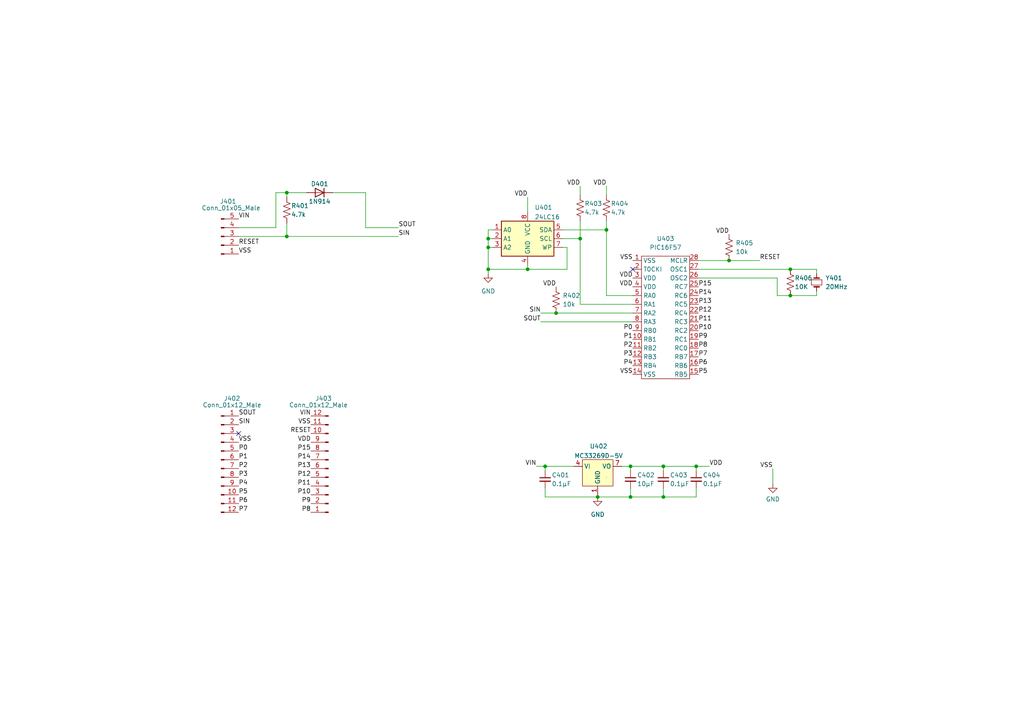
<source format=kicad_sch>
(kicad_sch (version 20211123) (generator eeschema)

  (uuid 5267215b-0841-4433-99eb-1010c42dbeaa)

  (paper "A4")

  (title_block
    (title "Basic Stamp 2")
    (date "2022-02-10")
    (rev "0.0.1")
    (company "Cégep de Sherbrooke")
  )

  (lib_symbols
    (symbol "Connector:Conn_01x05_Male" (pin_names (offset 1.016) hide) (in_bom yes) (on_board yes)
      (property "Reference" "J" (id 0) (at 0 7.62 0)
        (effects (font (size 1.27 1.27)))
      )
      (property "Value" "Conn_01x05_Male" (id 1) (at 0 -7.62 0)
        (effects (font (size 1.27 1.27)))
      )
      (property "Footprint" "" (id 2) (at 0 0 0)
        (effects (font (size 1.27 1.27)) hide)
      )
      (property "Datasheet" "~" (id 3) (at 0 0 0)
        (effects (font (size 1.27 1.27)) hide)
      )
      (property "ki_keywords" "connector" (id 4) (at 0 0 0)
        (effects (font (size 1.27 1.27)) hide)
      )
      (property "ki_description" "Generic connector, single row, 01x05, script generated (kicad-library-utils/schlib/autogen/connector/)" (id 5) (at 0 0 0)
        (effects (font (size 1.27 1.27)) hide)
      )
      (property "ki_fp_filters" "Connector*:*_1x??_*" (id 6) (at 0 0 0)
        (effects (font (size 1.27 1.27)) hide)
      )
      (symbol "Conn_01x05_Male_1_1"
        (polyline
          (pts
            (xy 1.27 -5.08)
            (xy 0.8636 -5.08)
          )
          (stroke (width 0.1524) (type default) (color 0 0 0 0))
          (fill (type none))
        )
        (polyline
          (pts
            (xy 1.27 -2.54)
            (xy 0.8636 -2.54)
          )
          (stroke (width 0.1524) (type default) (color 0 0 0 0))
          (fill (type none))
        )
        (polyline
          (pts
            (xy 1.27 0)
            (xy 0.8636 0)
          )
          (stroke (width 0.1524) (type default) (color 0 0 0 0))
          (fill (type none))
        )
        (polyline
          (pts
            (xy 1.27 2.54)
            (xy 0.8636 2.54)
          )
          (stroke (width 0.1524) (type default) (color 0 0 0 0))
          (fill (type none))
        )
        (polyline
          (pts
            (xy 1.27 5.08)
            (xy 0.8636 5.08)
          )
          (stroke (width 0.1524) (type default) (color 0 0 0 0))
          (fill (type none))
        )
        (rectangle (start 0.8636 -4.953) (end 0 -5.207)
          (stroke (width 0.1524) (type default) (color 0 0 0 0))
          (fill (type outline))
        )
        (rectangle (start 0.8636 -2.413) (end 0 -2.667)
          (stroke (width 0.1524) (type default) (color 0 0 0 0))
          (fill (type outline))
        )
        (rectangle (start 0.8636 0.127) (end 0 -0.127)
          (stroke (width 0.1524) (type default) (color 0 0 0 0))
          (fill (type outline))
        )
        (rectangle (start 0.8636 2.667) (end 0 2.413)
          (stroke (width 0.1524) (type default) (color 0 0 0 0))
          (fill (type outline))
        )
        (rectangle (start 0.8636 5.207) (end 0 4.953)
          (stroke (width 0.1524) (type default) (color 0 0 0 0))
          (fill (type outline))
        )
        (pin passive line (at 5.08 5.08 180) (length 3.81)
          (name "Pin_1" (effects (font (size 1.27 1.27))))
          (number "1" (effects (font (size 1.27 1.27))))
        )
        (pin passive line (at 5.08 2.54 180) (length 3.81)
          (name "Pin_2" (effects (font (size 1.27 1.27))))
          (number "2" (effects (font (size 1.27 1.27))))
        )
        (pin passive line (at 5.08 0 180) (length 3.81)
          (name "Pin_3" (effects (font (size 1.27 1.27))))
          (number "3" (effects (font (size 1.27 1.27))))
        )
        (pin passive line (at 5.08 -2.54 180) (length 3.81)
          (name "Pin_4" (effects (font (size 1.27 1.27))))
          (number "4" (effects (font (size 1.27 1.27))))
        )
        (pin passive line (at 5.08 -5.08 180) (length 3.81)
          (name "Pin_5" (effects (font (size 1.27 1.27))))
          (number "5" (effects (font (size 1.27 1.27))))
        )
      )
    )
    (symbol "Connector:Conn_01x12_Male" (pin_names (offset 1.016) hide) (in_bom yes) (on_board yes)
      (property "Reference" "J" (id 0) (at 0 15.24 0)
        (effects (font (size 1.27 1.27)))
      )
      (property "Value" "Conn_01x12_Male" (id 1) (at 0 -17.78 0)
        (effects (font (size 1.27 1.27)))
      )
      (property "Footprint" "" (id 2) (at 0 0 0)
        (effects (font (size 1.27 1.27)) hide)
      )
      (property "Datasheet" "~" (id 3) (at 0 0 0)
        (effects (font (size 1.27 1.27)) hide)
      )
      (property "ki_keywords" "connector" (id 4) (at 0 0 0)
        (effects (font (size 1.27 1.27)) hide)
      )
      (property "ki_description" "Generic connector, single row, 01x12, script generated (kicad-library-utils/schlib/autogen/connector/)" (id 5) (at 0 0 0)
        (effects (font (size 1.27 1.27)) hide)
      )
      (property "ki_fp_filters" "Connector*:*_1x??_*" (id 6) (at 0 0 0)
        (effects (font (size 1.27 1.27)) hide)
      )
      (symbol "Conn_01x12_Male_1_1"
        (polyline
          (pts
            (xy 1.27 -15.24)
            (xy 0.8636 -15.24)
          )
          (stroke (width 0.1524) (type default) (color 0 0 0 0))
          (fill (type none))
        )
        (polyline
          (pts
            (xy 1.27 -12.7)
            (xy 0.8636 -12.7)
          )
          (stroke (width 0.1524) (type default) (color 0 0 0 0))
          (fill (type none))
        )
        (polyline
          (pts
            (xy 1.27 -10.16)
            (xy 0.8636 -10.16)
          )
          (stroke (width 0.1524) (type default) (color 0 0 0 0))
          (fill (type none))
        )
        (polyline
          (pts
            (xy 1.27 -7.62)
            (xy 0.8636 -7.62)
          )
          (stroke (width 0.1524) (type default) (color 0 0 0 0))
          (fill (type none))
        )
        (polyline
          (pts
            (xy 1.27 -5.08)
            (xy 0.8636 -5.08)
          )
          (stroke (width 0.1524) (type default) (color 0 0 0 0))
          (fill (type none))
        )
        (polyline
          (pts
            (xy 1.27 -2.54)
            (xy 0.8636 -2.54)
          )
          (stroke (width 0.1524) (type default) (color 0 0 0 0))
          (fill (type none))
        )
        (polyline
          (pts
            (xy 1.27 0)
            (xy 0.8636 0)
          )
          (stroke (width 0.1524) (type default) (color 0 0 0 0))
          (fill (type none))
        )
        (polyline
          (pts
            (xy 1.27 2.54)
            (xy 0.8636 2.54)
          )
          (stroke (width 0.1524) (type default) (color 0 0 0 0))
          (fill (type none))
        )
        (polyline
          (pts
            (xy 1.27 5.08)
            (xy 0.8636 5.08)
          )
          (stroke (width 0.1524) (type default) (color 0 0 0 0))
          (fill (type none))
        )
        (polyline
          (pts
            (xy 1.27 7.62)
            (xy 0.8636 7.62)
          )
          (stroke (width 0.1524) (type default) (color 0 0 0 0))
          (fill (type none))
        )
        (polyline
          (pts
            (xy 1.27 10.16)
            (xy 0.8636 10.16)
          )
          (stroke (width 0.1524) (type default) (color 0 0 0 0))
          (fill (type none))
        )
        (polyline
          (pts
            (xy 1.27 12.7)
            (xy 0.8636 12.7)
          )
          (stroke (width 0.1524) (type default) (color 0 0 0 0))
          (fill (type none))
        )
        (rectangle (start 0.8636 -15.113) (end 0 -15.367)
          (stroke (width 0.1524) (type default) (color 0 0 0 0))
          (fill (type outline))
        )
        (rectangle (start 0.8636 -12.573) (end 0 -12.827)
          (stroke (width 0.1524) (type default) (color 0 0 0 0))
          (fill (type outline))
        )
        (rectangle (start 0.8636 -10.033) (end 0 -10.287)
          (stroke (width 0.1524) (type default) (color 0 0 0 0))
          (fill (type outline))
        )
        (rectangle (start 0.8636 -7.493) (end 0 -7.747)
          (stroke (width 0.1524) (type default) (color 0 0 0 0))
          (fill (type outline))
        )
        (rectangle (start 0.8636 -4.953) (end 0 -5.207)
          (stroke (width 0.1524) (type default) (color 0 0 0 0))
          (fill (type outline))
        )
        (rectangle (start 0.8636 -2.413) (end 0 -2.667)
          (stroke (width 0.1524) (type default) (color 0 0 0 0))
          (fill (type outline))
        )
        (rectangle (start 0.8636 0.127) (end 0 -0.127)
          (stroke (width 0.1524) (type default) (color 0 0 0 0))
          (fill (type outline))
        )
        (rectangle (start 0.8636 2.667) (end 0 2.413)
          (stroke (width 0.1524) (type default) (color 0 0 0 0))
          (fill (type outline))
        )
        (rectangle (start 0.8636 5.207) (end 0 4.953)
          (stroke (width 0.1524) (type default) (color 0 0 0 0))
          (fill (type outline))
        )
        (rectangle (start 0.8636 7.747) (end 0 7.493)
          (stroke (width 0.1524) (type default) (color 0 0 0 0))
          (fill (type outline))
        )
        (rectangle (start 0.8636 10.287) (end 0 10.033)
          (stroke (width 0.1524) (type default) (color 0 0 0 0))
          (fill (type outline))
        )
        (rectangle (start 0.8636 12.827) (end 0 12.573)
          (stroke (width 0.1524) (type default) (color 0 0 0 0))
          (fill (type outline))
        )
        (pin passive line (at 5.08 12.7 180) (length 3.81)
          (name "Pin_1" (effects (font (size 1.27 1.27))))
          (number "1" (effects (font (size 1.27 1.27))))
        )
        (pin passive line (at 5.08 -10.16 180) (length 3.81)
          (name "Pin_10" (effects (font (size 1.27 1.27))))
          (number "10" (effects (font (size 1.27 1.27))))
        )
        (pin passive line (at 5.08 -12.7 180) (length 3.81)
          (name "Pin_11" (effects (font (size 1.27 1.27))))
          (number "11" (effects (font (size 1.27 1.27))))
        )
        (pin passive line (at 5.08 -15.24 180) (length 3.81)
          (name "Pin_12" (effects (font (size 1.27 1.27))))
          (number "12" (effects (font (size 1.27 1.27))))
        )
        (pin passive line (at 5.08 10.16 180) (length 3.81)
          (name "Pin_2" (effects (font (size 1.27 1.27))))
          (number "2" (effects (font (size 1.27 1.27))))
        )
        (pin passive line (at 5.08 7.62 180) (length 3.81)
          (name "Pin_3" (effects (font (size 1.27 1.27))))
          (number "3" (effects (font (size 1.27 1.27))))
        )
        (pin passive line (at 5.08 5.08 180) (length 3.81)
          (name "Pin_4" (effects (font (size 1.27 1.27))))
          (number "4" (effects (font (size 1.27 1.27))))
        )
        (pin passive line (at 5.08 2.54 180) (length 3.81)
          (name "Pin_5" (effects (font (size 1.27 1.27))))
          (number "5" (effects (font (size 1.27 1.27))))
        )
        (pin passive line (at 5.08 0 180) (length 3.81)
          (name "Pin_6" (effects (font (size 1.27 1.27))))
          (number "6" (effects (font (size 1.27 1.27))))
        )
        (pin passive line (at 5.08 -2.54 180) (length 3.81)
          (name "Pin_7" (effects (font (size 1.27 1.27))))
          (number "7" (effects (font (size 1.27 1.27))))
        )
        (pin passive line (at 5.08 -5.08 180) (length 3.81)
          (name "Pin_8" (effects (font (size 1.27 1.27))))
          (number "8" (effects (font (size 1.27 1.27))))
        )
        (pin passive line (at 5.08 -7.62 180) (length 3.81)
          (name "Pin_9" (effects (font (size 1.27 1.27))))
          (number "9" (effects (font (size 1.27 1.27))))
        )
      )
    )
    (symbol "Device:C_Small" (pin_numbers hide) (pin_names (offset 0.254) hide) (in_bom yes) (on_board yes)
      (property "Reference" "C" (id 0) (at 0.254 1.778 0)
        (effects (font (size 1.27 1.27)) (justify left))
      )
      (property "Value" "C_Small" (id 1) (at 0.254 -2.032 0)
        (effects (font (size 1.27 1.27)) (justify left))
      )
      (property "Footprint" "" (id 2) (at 0 0 0)
        (effects (font (size 1.27 1.27)) hide)
      )
      (property "Datasheet" "~" (id 3) (at 0 0 0)
        (effects (font (size 1.27 1.27)) hide)
      )
      (property "ki_keywords" "capacitor cap" (id 4) (at 0 0 0)
        (effects (font (size 1.27 1.27)) hide)
      )
      (property "ki_description" "Unpolarized capacitor, small symbol" (id 5) (at 0 0 0)
        (effects (font (size 1.27 1.27)) hide)
      )
      (property "ki_fp_filters" "C_*" (id 6) (at 0 0 0)
        (effects (font (size 1.27 1.27)) hide)
      )
      (symbol "C_Small_0_1"
        (polyline
          (pts
            (xy -1.524 -0.508)
            (xy 1.524 -0.508)
          )
          (stroke (width 0.3302) (type default) (color 0 0 0 0))
          (fill (type none))
        )
        (polyline
          (pts
            (xy -1.524 0.508)
            (xy 1.524 0.508)
          )
          (stroke (width 0.3048) (type default) (color 0 0 0 0))
          (fill (type none))
        )
      )
      (symbol "C_Small_1_1"
        (pin passive line (at 0 2.54 270) (length 2.032)
          (name "~" (effects (font (size 1.27 1.27))))
          (number "1" (effects (font (size 1.27 1.27))))
        )
        (pin passive line (at 0 -2.54 90) (length 2.032)
          (name "~" (effects (font (size 1.27 1.27))))
          (number "2" (effects (font (size 1.27 1.27))))
        )
      )
    )
    (symbol "Device:Crystal_Small" (pin_numbers hide) (pin_names (offset 1.016) hide) (in_bom yes) (on_board yes)
      (property "Reference" "Y" (id 0) (at 0 2.54 0)
        (effects (font (size 1.27 1.27)))
      )
      (property "Value" "Crystal_Small" (id 1) (at 0 -2.54 0)
        (effects (font (size 1.27 1.27)))
      )
      (property "Footprint" "" (id 2) (at 0 0 0)
        (effects (font (size 1.27 1.27)) hide)
      )
      (property "Datasheet" "~" (id 3) (at 0 0 0)
        (effects (font (size 1.27 1.27)) hide)
      )
      (property "ki_keywords" "quartz ceramic resonator oscillator" (id 4) (at 0 0 0)
        (effects (font (size 1.27 1.27)) hide)
      )
      (property "ki_description" "Two pin crystal, small symbol" (id 5) (at 0 0 0)
        (effects (font (size 1.27 1.27)) hide)
      )
      (property "ki_fp_filters" "Crystal*" (id 6) (at 0 0 0)
        (effects (font (size 1.27 1.27)) hide)
      )
      (symbol "Crystal_Small_0_1"
        (rectangle (start -0.762 -1.524) (end 0.762 1.524)
          (stroke (width 0) (type default) (color 0 0 0 0))
          (fill (type none))
        )
        (polyline
          (pts
            (xy -1.27 -0.762)
            (xy -1.27 0.762)
          )
          (stroke (width 0.381) (type default) (color 0 0 0 0))
          (fill (type none))
        )
        (polyline
          (pts
            (xy 1.27 -0.762)
            (xy 1.27 0.762)
          )
          (stroke (width 0.381) (type default) (color 0 0 0 0))
          (fill (type none))
        )
      )
      (symbol "Crystal_Small_1_1"
        (pin passive line (at -2.54 0 0) (length 1.27)
          (name "1" (effects (font (size 1.27 1.27))))
          (number "1" (effects (font (size 1.27 1.27))))
        )
        (pin passive line (at 2.54 0 180) (length 1.27)
          (name "2" (effects (font (size 1.27 1.27))))
          (number "2" (effects (font (size 1.27 1.27))))
        )
      )
    )
    (symbol "Device:R_US" (pin_numbers hide) (pin_names (offset 0)) (in_bom yes) (on_board yes)
      (property "Reference" "R" (id 0) (at 2.54 0 90)
        (effects (font (size 1.27 1.27)))
      )
      (property "Value" "R_US" (id 1) (at -2.54 0 90)
        (effects (font (size 1.27 1.27)))
      )
      (property "Footprint" "" (id 2) (at 1.016 -0.254 90)
        (effects (font (size 1.27 1.27)) hide)
      )
      (property "Datasheet" "~" (id 3) (at 0 0 0)
        (effects (font (size 1.27 1.27)) hide)
      )
      (property "ki_keywords" "R res resistor" (id 4) (at 0 0 0)
        (effects (font (size 1.27 1.27)) hide)
      )
      (property "ki_description" "Resistor, US symbol" (id 5) (at 0 0 0)
        (effects (font (size 1.27 1.27)) hide)
      )
      (property "ki_fp_filters" "R_*" (id 6) (at 0 0 0)
        (effects (font (size 1.27 1.27)) hide)
      )
      (symbol "R_US_0_1"
        (polyline
          (pts
            (xy 0 -2.286)
            (xy 0 -2.54)
          )
          (stroke (width 0) (type default) (color 0 0 0 0))
          (fill (type none))
        )
        (polyline
          (pts
            (xy 0 2.286)
            (xy 0 2.54)
          )
          (stroke (width 0) (type default) (color 0 0 0 0))
          (fill (type none))
        )
        (polyline
          (pts
            (xy 0 -0.762)
            (xy 1.016 -1.143)
            (xy 0 -1.524)
            (xy -1.016 -1.905)
            (xy 0 -2.286)
          )
          (stroke (width 0) (type default) (color 0 0 0 0))
          (fill (type none))
        )
        (polyline
          (pts
            (xy 0 0.762)
            (xy 1.016 0.381)
            (xy 0 0)
            (xy -1.016 -0.381)
            (xy 0 -0.762)
          )
          (stroke (width 0) (type default) (color 0 0 0 0))
          (fill (type none))
        )
        (polyline
          (pts
            (xy 0 2.286)
            (xy 1.016 1.905)
            (xy 0 1.524)
            (xy -1.016 1.143)
            (xy 0 0.762)
          )
          (stroke (width 0) (type default) (color 0 0 0 0))
          (fill (type none))
        )
      )
      (symbol "R_US_1_1"
        (pin passive line (at 0 3.81 270) (length 1.27)
          (name "~" (effects (font (size 1.27 1.27))))
          (number "1" (effects (font (size 1.27 1.27))))
        )
        (pin passive line (at 0 -3.81 90) (length 1.27)
          (name "~" (effects (font (size 1.27 1.27))))
          (number "2" (effects (font (size 1.27 1.27))))
        )
      )
    )
    (symbol "Diode:1N914" (pin_numbers hide) (pin_names (offset 1.016) hide) (in_bom yes) (on_board yes)
      (property "Reference" "D" (id 0) (at 0 2.54 0)
        (effects (font (size 1.27 1.27)))
      )
      (property "Value" "1N914" (id 1) (at 0 -2.54 0)
        (effects (font (size 1.27 1.27)))
      )
      (property "Footprint" "Diode_THT:D_DO-35_SOD27_P7.62mm_Horizontal" (id 2) (at 0 -4.445 0)
        (effects (font (size 1.27 1.27)) hide)
      )
      (property "Datasheet" "http://www.vishay.com/docs/85622/1n914.pdf" (id 3) (at 0 0 0)
        (effects (font (size 1.27 1.27)) hide)
      )
      (property "ki_keywords" "diode" (id 4) (at 0 0 0)
        (effects (font (size 1.27 1.27)) hide)
      )
      (property "ki_description" "100V 0.3A Small Signal Fast Switching Diode, DO-35" (id 5) (at 0 0 0)
        (effects (font (size 1.27 1.27)) hide)
      )
      (property "ki_fp_filters" "D*DO?35*" (id 6) (at 0 0 0)
        (effects (font (size 1.27 1.27)) hide)
      )
      (symbol "1N914_0_1"
        (polyline
          (pts
            (xy -1.27 1.27)
            (xy -1.27 -1.27)
          )
          (stroke (width 0.254) (type default) (color 0 0 0 0))
          (fill (type none))
        )
        (polyline
          (pts
            (xy 1.27 0)
            (xy -1.27 0)
          )
          (stroke (width 0) (type default) (color 0 0 0 0))
          (fill (type none))
        )
        (polyline
          (pts
            (xy 1.27 1.27)
            (xy 1.27 -1.27)
            (xy -1.27 0)
            (xy 1.27 1.27)
          )
          (stroke (width 0.254) (type default) (color 0 0 0 0))
          (fill (type none))
        )
      )
      (symbol "1N914_1_1"
        (pin passive line (at -3.81 0 0) (length 2.54)
          (name "K" (effects (font (size 1.27 1.27))))
          (number "1" (effects (font (size 1.27 1.27))))
        )
        (pin passive line (at 3.81 0 180) (length 2.54)
          (name "A" (effects (font (size 1.27 1.27))))
          (number "2" (effects (font (size 1.27 1.27))))
        )
      )
    )
    (symbol "Memory_EEPROM:24LC16" (in_bom yes) (on_board yes)
      (property "Reference" "U" (id 0) (at -6.35 6.35 0)
        (effects (font (size 1.27 1.27)))
      )
      (property "Value" "24LC16" (id 1) (at 1.27 6.35 0)
        (effects (font (size 1.27 1.27)) (justify left))
      )
      (property "Footprint" "" (id 2) (at 0 0 0)
        (effects (font (size 1.27 1.27)) hide)
      )
      (property "Datasheet" "http://ww1.microchip.com/downloads/en/DeviceDoc/21703d.pdf" (id 3) (at 0 0 0)
        (effects (font (size 1.27 1.27)) hide)
      )
      (property "ki_keywords" "I2C Serial EEPROM" (id 4) (at 0 0 0)
        (effects (font (size 1.27 1.27)) hide)
      )
      (property "ki_description" "I2C Serial EEPROM, 16Kb, DIP-8/SOIC-8/TSSOP-8/DFN-8" (id 5) (at 0 0 0)
        (effects (font (size 1.27 1.27)) hide)
      )
      (property "ki_fp_filters" "DIP*W7.62mm* SOIC*3.9x4.9mm* TSSOP*4.4x3mm*P0.65mm* DFN*3x2mm*P0.5mm*" (id 6) (at 0 0 0)
        (effects (font (size 1.27 1.27)) hide)
      )
      (symbol "24LC16_1_1"
        (rectangle (start -7.62 5.08) (end 7.62 -5.08)
          (stroke (width 0.254) (type default) (color 0 0 0 0))
          (fill (type background))
        )
        (pin input line (at -10.16 2.54 0) (length 2.54)
          (name "A0" (effects (font (size 1.27 1.27))))
          (number "1" (effects (font (size 1.27 1.27))))
        )
        (pin input line (at -10.16 0 0) (length 2.54)
          (name "A1" (effects (font (size 1.27 1.27))))
          (number "2" (effects (font (size 1.27 1.27))))
        )
        (pin input line (at -10.16 -2.54 0) (length 2.54)
          (name "A2" (effects (font (size 1.27 1.27))))
          (number "3" (effects (font (size 1.27 1.27))))
        )
        (pin power_in line (at 0 -7.62 90) (length 2.54)
          (name "GND" (effects (font (size 1.27 1.27))))
          (number "4" (effects (font (size 1.27 1.27))))
        )
        (pin bidirectional line (at 10.16 2.54 180) (length 2.54)
          (name "SDA" (effects (font (size 1.27 1.27))))
          (number "5" (effects (font (size 1.27 1.27))))
        )
        (pin input line (at 10.16 0 180) (length 2.54)
          (name "SCL" (effects (font (size 1.27 1.27))))
          (number "6" (effects (font (size 1.27 1.27))))
        )
        (pin input line (at 10.16 -2.54 180) (length 2.54)
          (name "WP" (effects (font (size 1.27 1.27))))
          (number "7" (effects (font (size 1.27 1.27))))
        )
        (pin power_in line (at 0 7.62 270) (length 2.54)
          (name "VCC" (effects (font (size 1.27 1.27))))
          (number "8" (effects (font (size 1.27 1.27))))
        )
      )
    )
    (symbol "PIC:PIC16F57" (in_bom yes) (on_board yes)
      (property "Reference" "U" (id 0) (at -22.86 11.43 0)
        (effects (font (size 1.27 1.27)))
      )
      (property "Value" "PIC16F57" (id 1) (at -13.97 11.43 0)
        (effects (font (size 1.27 1.27)))
      )
      (property "Footprint" "Package_SO:SSOP-28_5.3x10.2mm_P0.65mm" (id 2) (at -17.78 -31.75 0)
        (effects (font (size 1.27 1.27)) hide)
      )
      (property "Datasheet" "https://ww1.microchip.com/downloads/en/DeviceDoc/41213D.pdf" (id 3) (at -15.24 -29.21 0)
        (effects (font (size 1.27 1.27)) hide)
      )
      (symbol "PIC16F57_0_1"
        (rectangle (start -24.13 8.89) (end -10.16 -26.67)
          (stroke (width 0) (type default) (color 0 0 0 0))
          (fill (type none))
        )
      )
      (symbol "PIC16F57_1_1"
        (pin input line (at -26.67 7.62 0) (length 2.54)
          (name "VSS" (effects (font (size 1.27 1.27))))
          (number "1" (effects (font (size 1.27 1.27))))
        )
        (pin bidirectional line (at -26.67 -15.24 0) (length 2.54)
          (name "RB1" (effects (font (size 1.27 1.27))))
          (number "10" (effects (font (size 1.27 1.27))))
        )
        (pin bidirectional line (at -26.67 -17.78 0) (length 2.54)
          (name "RB2" (effects (font (size 1.27 1.27))))
          (number "11" (effects (font (size 1.27 1.27))))
        )
        (pin bidirectional line (at -26.67 -20.32 0) (length 2.54)
          (name "RB3" (effects (font (size 1.27 1.27))))
          (number "12" (effects (font (size 1.27 1.27))))
        )
        (pin bidirectional line (at -26.67 -22.86 0) (length 2.54)
          (name "RB4" (effects (font (size 1.27 1.27))))
          (number "13" (effects (font (size 1.27 1.27))))
        )
        (pin input line (at -26.67 -25.4 0) (length 2.54)
          (name "VSS" (effects (font (size 1.27 1.27))))
          (number "14" (effects (font (size 1.27 1.27))))
        )
        (pin bidirectional line (at -7.62 -25.4 180) (length 2.54)
          (name "RB5" (effects (font (size 1.27 1.27))))
          (number "15" (effects (font (size 1.27 1.27))))
        )
        (pin bidirectional line (at -7.62 -22.86 180) (length 2.54)
          (name "RB6" (effects (font (size 1.27 1.27))))
          (number "16" (effects (font (size 1.27 1.27))))
        )
        (pin bidirectional line (at -7.62 -20.32 180) (length 2.54)
          (name "RB7" (effects (font (size 1.27 1.27))))
          (number "17" (effects (font (size 1.27 1.27))))
        )
        (pin bidirectional line (at -7.62 -17.78 180) (length 2.54)
          (name "RC0" (effects (font (size 1.27 1.27))))
          (number "18" (effects (font (size 1.27 1.27))))
        )
        (pin bidirectional line (at -7.62 -15.24 180) (length 2.54)
          (name "RC1" (effects (font (size 1.27 1.27))))
          (number "19" (effects (font (size 1.27 1.27))))
        )
        (pin input line (at -26.67 5.08 0) (length 2.54)
          (name "T0CKI" (effects (font (size 1.27 1.27))))
          (number "2" (effects (font (size 1.27 1.27))))
        )
        (pin bidirectional line (at -7.62 -12.7 180) (length 2.54)
          (name "RC2" (effects (font (size 1.27 1.27))))
          (number "20" (effects (font (size 1.27 1.27))))
        )
        (pin bidirectional line (at -7.62 -10.16 180) (length 2.54)
          (name "RC3" (effects (font (size 1.27 1.27))))
          (number "21" (effects (font (size 1.27 1.27))))
        )
        (pin bidirectional line (at -7.62 -7.62 180) (length 2.54)
          (name "RC4" (effects (font (size 1.27 1.27))))
          (number "22" (effects (font (size 1.27 1.27))))
        )
        (pin bidirectional line (at -7.62 -5.08 180) (length 2.54)
          (name "RC5" (effects (font (size 1.27 1.27))))
          (number "23" (effects (font (size 1.27 1.27))))
        )
        (pin bidirectional line (at -7.62 -2.54 180) (length 2.54)
          (name "RC6" (effects (font (size 1.27 1.27))))
          (number "24" (effects (font (size 1.27 1.27))))
        )
        (pin bidirectional line (at -7.62 0 180) (length 2.54)
          (name "RC7" (effects (font (size 1.27 1.27))))
          (number "25" (effects (font (size 1.27 1.27))))
        )
        (pin output line (at -7.62 2.54 180) (length 2.54)
          (name "OSC2" (effects (font (size 1.27 1.27))))
          (number "26" (effects (font (size 1.27 1.27))))
        )
        (pin input line (at -7.62 5.08 180) (length 2.54)
          (name "OSC1" (effects (font (size 1.27 1.27))))
          (number "27" (effects (font (size 1.27 1.27))))
        )
        (pin input line (at -7.62 7.62 180) (length 2.54)
          (name "MCLR" (effects (font (size 1.27 1.27))))
          (number "28" (effects (font (size 1.27 1.27))))
        )
        (pin input line (at -26.67 2.54 0) (length 2.54)
          (name "VDD" (effects (font (size 1.27 1.27))))
          (number "3" (effects (font (size 1.27 1.27))))
        )
        (pin input line (at -26.67 0 0) (length 2.54)
          (name "VDD" (effects (font (size 1.27 1.27))))
          (number "4" (effects (font (size 1.27 1.27))))
        )
        (pin bidirectional line (at -26.67 -2.54 0) (length 2.54)
          (name "RA0" (effects (font (size 1.27 1.27))))
          (number "5" (effects (font (size 1.27 1.27))))
        )
        (pin bidirectional line (at -26.67 -5.08 0) (length 2.54)
          (name "RA1" (effects (font (size 1.27 1.27))))
          (number "6" (effects (font (size 1.27 1.27))))
        )
        (pin bidirectional line (at -26.67 -7.62 0) (length 2.54)
          (name "RA2" (effects (font (size 1.27 1.27))))
          (number "7" (effects (font (size 1.27 1.27))))
        )
        (pin bidirectional line (at -26.67 -10.16 0) (length 2.54)
          (name "RA3" (effects (font (size 1.27 1.27))))
          (number "8" (effects (font (size 1.27 1.27))))
        )
        (pin bidirectional line (at -26.67 -12.7 0) (length 2.54)
          (name "RB0" (effects (font (size 1.27 1.27))))
          (number "9" (effects (font (size 1.27 1.27))))
        )
      )
    )
    (symbol "Regulator:MC33269D-5V" (in_bom yes) (on_board yes)
      (property "Reference" "U" (id 0) (at 0 1.27 0)
        (effects (font (size 1.27 1.27)))
      )
      (property "Value" "MC33269D-5V" (id 1) (at 0 -0.635 0)
        (effects (font (size 1.27 1.27)))
      )
      (property "Footprint" "" (id 2) (at 0 0 0)
        (effects (font (size 1.27 1.27)) hide)
      )
      (property "Datasheet" "" (id 3) (at 0 0 0)
        (effects (font (size 1.27 1.27)) hide)
      )
      (symbol "MC33269D-5V_0_1"
        (rectangle (start -4.445 -1.905) (end 4.445 -9.525)
          (stroke (width 0.1524) (type default) (color 0 0 0 0))
          (fill (type background))
        )
        (rectangle (start 2.54 -6.985) (end 2.54 -6.985)
          (stroke (width 0.1524) (type default) (color 0 0 0 0))
          (fill (type none))
        )
      )
      (symbol "MC33269D-5V_1_1"
        (pin power_in line (at 0 -12.065 90) (length 2.54)
          (name "GND" (effects (font (size 1.27 1.27))))
          (number "1" (effects (font (size 1.27 1.27))))
        )
        (pin passive line (at 6.985 -3.81 180) (length 2.54) hide
          (name "VO" (effects (font (size 1.27 1.27))))
          (number "2" (effects (font (size 1.27 1.27))))
        )
        (pin passive line (at 6.985 -3.81 180) (length 2.54) hide
          (name "VO" (effects (font (size 1.27 1.27))))
          (number "3" (effects (font (size 1.27 1.27))))
        )
        (pin input line (at -6.985 -3.81 0) (length 2.54)
          (name "VI" (effects (font (size 1.27 1.27))))
          (number "4" (effects (font (size 1.27 1.27))))
        )
        (pin no_connect line (at -6.985 -8.255 0) (length 2.54) hide
          (name "NC" (effects (font (size 1.27 1.27))))
          (number "5" (effects (font (size 1.27 1.27))))
        )
        (pin passive line (at 6.985 -3.81 180) (length 2.54) hide
          (name "VO" (effects (font (size 1.27 1.27))))
          (number "6" (effects (font (size 1.27 1.27))))
        )
        (pin power_out line (at 6.985 -3.81 180) (length 2.54)
          (name "VO" (effects (font (size 1.27 1.27))))
          (number "7" (effects (font (size 1.27 1.27))))
        )
        (pin no_connect line (at 7.62 -8.255 180) (length 2.54) hide
          (name "NC" (effects (font (size 1.27 1.27))))
          (number "8" (effects (font (size 1.27 1.27))))
        )
      )
    )
    (symbol "power:GND" (power) (pin_names (offset 0)) (in_bom yes) (on_board yes)
      (property "Reference" "#PWR" (id 0) (at 0 -6.35 0)
        (effects (font (size 1.27 1.27)) hide)
      )
      (property "Value" "GND" (id 1) (at 0 -3.81 0)
        (effects (font (size 1.27 1.27)))
      )
      (property "Footprint" "" (id 2) (at 0 0 0)
        (effects (font (size 1.27 1.27)) hide)
      )
      (property "Datasheet" "" (id 3) (at 0 0 0)
        (effects (font (size 1.27 1.27)) hide)
      )
      (property "ki_keywords" "power-flag" (id 4) (at 0 0 0)
        (effects (font (size 1.27 1.27)) hide)
      )
      (property "ki_description" "Power symbol creates a global label with name \"GND\" , ground" (id 5) (at 0 0 0)
        (effects (font (size 1.27 1.27)) hide)
      )
      (symbol "GND_0_1"
        (polyline
          (pts
            (xy 0 0)
            (xy 0 -1.27)
            (xy 1.27 -1.27)
            (xy 0 -2.54)
            (xy -1.27 -1.27)
            (xy 0 -1.27)
          )
          (stroke (width 0) (type default) (color 0 0 0 0))
          (fill (type none))
        )
      )
      (symbol "GND_1_1"
        (pin power_in line (at 0 0 270) (length 0) hide
          (name "GND" (effects (font (size 1.27 1.27))))
          (number "1" (effects (font (size 1.27 1.27))))
        )
      )
    )
  )

  (junction (at 229.235 78.105) (diameter 0) (color 0 0 0 0)
    (uuid 057d79b3-d809-48b4-b02e-d744b15a82f0)
  )
  (junction (at 182.88 144.145) (diameter 0) (color 0 0 0 0)
    (uuid 12dc08ec-3204-4d62-b7b4-c78b9fca39ab)
  )
  (junction (at 153.035 78.105) (diameter 0) (color 0 0 0 0)
    (uuid 216f6aec-931b-4bd7-81bd-ebd9262d60c6)
  )
  (junction (at 141.605 78.105) (diameter 0) (color 0 0 0 0)
    (uuid 38e71d5c-4ff3-45fe-8be8-45f3bedafe3f)
  )
  (junction (at 141.605 69.215) (diameter 0) (color 0 0 0 0)
    (uuid 3d8680ec-ed09-4bb7-a631-5e817a71994d)
  )
  (junction (at 173.355 144.145) (diameter 0) (color 0 0 0 0)
    (uuid 57015437-9f3d-4910-8fff-7224de45918e)
  )
  (junction (at 175.895 66.675) (diameter 0) (color 0 0 0 0)
    (uuid 726cca2d-d3cc-4d2b-8d03-e4788439b98d)
  )
  (junction (at 211.455 75.565) (diameter 0) (color 0 0 0 0)
    (uuid 7d9d384c-525e-49a1-afcd-e4fd406751a7)
  )
  (junction (at 83.185 68.58) (diameter 0) (color 0 0 0 0)
    (uuid 819b49e5-a1ef-4a0b-9dda-0b778e701ff9)
  )
  (junction (at 161.29 90.805) (diameter 0) (color 0 0 0 0)
    (uuid 84ec089e-e065-4b84-bad5-c30fdf171db9)
  )
  (junction (at 141.605 71.755) (diameter 0) (color 0 0 0 0)
    (uuid 8a9c9583-869c-4e51-b8cb-996c84a88b07)
  )
  (junction (at 192.405 135.255) (diameter 0) (color 0 0 0 0)
    (uuid 90db48b6-b945-4d66-a5b9-11bee3327564)
  )
  (junction (at 83.185 55.88) (diameter 0) (color 0 0 0 0)
    (uuid 94d6727f-049b-4914-977b-935e1031d145)
  )
  (junction (at 168.275 69.215) (diameter 0) (color 0 0 0 0)
    (uuid 9b16d88f-2c52-487b-8f5d-9f7832522193)
  )
  (junction (at 182.88 135.255) (diameter 0) (color 0 0 0 0)
    (uuid b28e5400-c955-493e-916f-a813dacb474a)
  )
  (junction (at 229.235 85.725) (diameter 0) (color 0 0 0 0)
    (uuid b54301cb-e1f8-41b6-aa0c-09a0b6695ee3)
  )
  (junction (at 201.93 135.255) (diameter 0) (color 0 0 0 0)
    (uuid d25c9b62-096f-4520-ae38-3b9a05b455f3)
  )
  (junction (at 158.115 135.255) (diameter 0) (color 0 0 0 0)
    (uuid ef089c17-7675-4f17-b186-5c69531fff91)
  )
  (junction (at 192.405 144.145) (diameter 0) (color 0 0 0 0)
    (uuid f54b3c1e-b388-4307-9656-42b2f2b8a3ce)
  )

  (no_connect (at 69.215 125.73) (uuid 76f8837b-ed67-4755-8709-67dbe74108f2))
  (no_connect (at 183.515 78.105) (uuid c44df22b-8986-4112-845e-f70c2498c5e7))

  (wire (pts (xy 161.29 90.805) (xy 183.515 90.805))
    (stroke (width 0) (type default) (color 0 0 0 0))
    (uuid 022561d0-d567-4fea-8bf0-29f63dba9eaa)
  )
  (wire (pts (xy 175.895 64.135) (xy 175.895 66.675))
    (stroke (width 0) (type default) (color 0 0 0 0))
    (uuid 02afe264-7be8-4918-ac41-86582156d85e)
  )
  (wire (pts (xy 225.425 80.645) (xy 225.425 85.725))
    (stroke (width 0) (type default) (color 0 0 0 0))
    (uuid 03b6b650-ad03-4fb7-aca1-55d2f1c13cb0)
  )
  (wire (pts (xy 141.605 78.105) (xy 141.605 71.755))
    (stroke (width 0) (type default) (color 0 0 0 0))
    (uuid 04b3dd3e-a4aa-4833-b86f-7024b8fde9bb)
  )
  (wire (pts (xy 141.605 66.675) (xy 141.605 69.215))
    (stroke (width 0) (type default) (color 0 0 0 0))
    (uuid 04f3058d-bcac-43be-8040-115611cac306)
  )
  (wire (pts (xy 141.605 71.755) (xy 141.605 69.215))
    (stroke (width 0) (type default) (color 0 0 0 0))
    (uuid 07d731e3-6434-434f-9183-25e97a2754f7)
  )
  (wire (pts (xy 156.845 93.345) (xy 183.515 93.345))
    (stroke (width 0) (type default) (color 0 0 0 0))
    (uuid 1048e11b-fc49-4508-8a6d-c756f9de2fac)
  )
  (wire (pts (xy 192.405 136.525) (xy 192.405 135.255))
    (stroke (width 0) (type default) (color 0 0 0 0))
    (uuid 11c1d6e9-481c-43b4-b9d6-d58826e1e5c1)
  )
  (wire (pts (xy 183.515 85.725) (xy 175.895 85.725))
    (stroke (width 0) (type default) (color 0 0 0 0))
    (uuid 123c789a-af12-40d7-95e2-374e5ccdae5a)
  )
  (wire (pts (xy 202.565 80.645) (xy 225.425 80.645))
    (stroke (width 0) (type default) (color 0 0 0 0))
    (uuid 2048705f-4d2b-4250-b476-22bc45335e44)
  )
  (wire (pts (xy 164.465 78.105) (xy 153.035 78.105))
    (stroke (width 0) (type default) (color 0 0 0 0))
    (uuid 210fa02a-5322-4a8f-b104-1f7d64e9a1f1)
  )
  (wire (pts (xy 158.115 144.145) (xy 173.355 144.145))
    (stroke (width 0) (type default) (color 0 0 0 0))
    (uuid 264c9dd9-671c-4828-ad67-d2bfc6c0e648)
  )
  (wire (pts (xy 80.01 55.88) (xy 83.185 55.88))
    (stroke (width 0) (type default) (color 0 0 0 0))
    (uuid 2aaf6731-f04f-4288-9074-81230c89f268)
  )
  (wire (pts (xy 168.275 88.265) (xy 183.515 88.265))
    (stroke (width 0) (type default) (color 0 0 0 0))
    (uuid 43e93d9a-454c-4014-a23d-fa8a4cc968a2)
  )
  (wire (pts (xy 164.465 71.755) (xy 164.465 78.105))
    (stroke (width 0) (type default) (color 0 0 0 0))
    (uuid 44153767-4b7d-404c-96c3-8ae87884dc88)
  )
  (wire (pts (xy 224.155 135.89) (xy 224.155 140.335))
    (stroke (width 0) (type default) (color 0 0 0 0))
    (uuid 4fdb8c53-adbb-4b9c-b7c1-bcbf809d55a0)
  )
  (wire (pts (xy 202.565 75.565) (xy 211.455 75.565))
    (stroke (width 0) (type default) (color 0 0 0 0))
    (uuid 500db4f1-2fba-4ccc-9fbd-13f7a2c95654)
  )
  (wire (pts (xy 168.275 69.215) (xy 168.275 88.265))
    (stroke (width 0) (type default) (color 0 0 0 0))
    (uuid 52986be2-e692-4549-9bfa-01cf084bb48e)
  )
  (wire (pts (xy 225.425 85.725) (xy 229.235 85.725))
    (stroke (width 0) (type default) (color 0 0 0 0))
    (uuid 533d441f-3140-4ec5-b179-554b5a88e749)
  )
  (wire (pts (xy 83.185 55.88) (xy 88.9 55.88))
    (stroke (width 0) (type default) (color 0 0 0 0))
    (uuid 575f6bbb-f759-4614-97f9-dbf9ee115e28)
  )
  (wire (pts (xy 69.215 68.58) (xy 83.185 68.58))
    (stroke (width 0) (type default) (color 0 0 0 0))
    (uuid 57c730a3-8612-4b56-97df-40b569833859)
  )
  (wire (pts (xy 83.185 64.77) (xy 83.185 68.58))
    (stroke (width 0) (type default) (color 0 0 0 0))
    (uuid 58541620-4364-412b-944a-c546d961e7c9)
  )
  (wire (pts (xy 182.88 135.255) (xy 182.88 136.525))
    (stroke (width 0) (type default) (color 0 0 0 0))
    (uuid 59d67966-dbf8-4412-9679-aee9c0695179)
  )
  (wire (pts (xy 141.605 69.215) (xy 142.875 69.215))
    (stroke (width 0) (type default) (color 0 0 0 0))
    (uuid 5bbf1f10-e46c-413f-a767-186e98c7b7cf)
  )
  (wire (pts (xy 182.88 144.145) (xy 192.405 144.145))
    (stroke (width 0) (type default) (color 0 0 0 0))
    (uuid 67a0753e-a14f-43f4-8949-a8fa36c2fb04)
  )
  (wire (pts (xy 175.895 85.725) (xy 175.895 66.675))
    (stroke (width 0) (type default) (color 0 0 0 0))
    (uuid 68e70eba-cd6b-4c55-aa4a-f6aaa4c0a4b4)
  )
  (wire (pts (xy 182.88 144.145) (xy 173.355 144.145))
    (stroke (width 0) (type default) (color 0 0 0 0))
    (uuid 69065d9e-ed61-46e0-9b22-4651709a6f1e)
  )
  (wire (pts (xy 106.045 55.88) (xy 106.045 66.04))
    (stroke (width 0) (type default) (color 0 0 0 0))
    (uuid 6919d61d-7e10-425c-90d5-29718dcbfee4)
  )
  (wire (pts (xy 69.215 66.04) (xy 80.01 66.04))
    (stroke (width 0) (type default) (color 0 0 0 0))
    (uuid 69a1be05-c02e-4642-bf30-92d0d2416a0b)
  )
  (wire (pts (xy 236.855 84.455) (xy 236.855 85.725))
    (stroke (width 0) (type default) (color 0 0 0 0))
    (uuid 6a7fec14-4aea-40e1-8d62-3635282f6ac1)
  )
  (wire (pts (xy 192.405 144.145) (xy 201.93 144.145))
    (stroke (width 0) (type default) (color 0 0 0 0))
    (uuid 6c1015bf-2673-4d51-8423-9fcf5a08ada8)
  )
  (wire (pts (xy 158.115 136.525) (xy 158.115 135.255))
    (stroke (width 0) (type default) (color 0 0 0 0))
    (uuid 6c322189-0138-4e42-b805-b34b6d76e317)
  )
  (wire (pts (xy 192.405 141.605) (xy 192.405 144.145))
    (stroke (width 0) (type default) (color 0 0 0 0))
    (uuid 78269d5b-2e28-46a2-9ae5-11b7ff95bb3e)
  )
  (wire (pts (xy 80.01 66.04) (xy 80.01 55.88))
    (stroke (width 0) (type default) (color 0 0 0 0))
    (uuid 7b02110b-f093-423f-97ca-5502d7cf1cfe)
  )
  (wire (pts (xy 182.88 135.255) (xy 192.405 135.255))
    (stroke (width 0) (type default) (color 0 0 0 0))
    (uuid 945f817a-5e0d-4297-8980-07ddc7249d44)
  )
  (wire (pts (xy 83.185 68.58) (xy 115.57 68.58))
    (stroke (width 0) (type default) (color 0 0 0 0))
    (uuid 9810aebb-74fd-4c4a-888a-81dff196fa43)
  )
  (wire (pts (xy 141.605 79.375) (xy 141.605 78.105))
    (stroke (width 0) (type default) (color 0 0 0 0))
    (uuid 9a119e42-7b14-48d6-b48e-08305931ecaa)
  )
  (wire (pts (xy 96.52 55.88) (xy 106.045 55.88))
    (stroke (width 0) (type default) (color 0 0 0 0))
    (uuid 9b21a3a2-c0cc-4cae-85ca-a7224380d0cb)
  )
  (wire (pts (xy 211.455 75.565) (xy 220.345 75.565))
    (stroke (width 0) (type default) (color 0 0 0 0))
    (uuid 9e5fbce3-97e3-49b9-9f0e-d3d271f53a04)
  )
  (wire (pts (xy 168.275 64.135) (xy 168.275 69.215))
    (stroke (width 0) (type default) (color 0 0 0 0))
    (uuid 9ee83f66-71ff-4c9e-b2fc-7c8036b9e4fb)
  )
  (wire (pts (xy 205.74 135.255) (xy 201.93 135.255))
    (stroke (width 0) (type default) (color 0 0 0 0))
    (uuid 9f163ae0-d55c-489d-9c05-b6eaa5575bdd)
  )
  (wire (pts (xy 182.88 141.605) (xy 182.88 144.145))
    (stroke (width 0) (type default) (color 0 0 0 0))
    (uuid a0732b7e-8df8-424f-b22f-dcdb2395fd42)
  )
  (wire (pts (xy 175.895 53.975) (xy 175.895 56.515))
    (stroke (width 0) (type default) (color 0 0 0 0))
    (uuid a165dd29-17b8-4493-99e0-3d40fcf156ce)
  )
  (wire (pts (xy 141.605 78.105) (xy 153.035 78.105))
    (stroke (width 0) (type default) (color 0 0 0 0))
    (uuid a6650caf-ec05-4c92-9123-10cf4f6ae710)
  )
  (wire (pts (xy 158.115 141.605) (xy 158.115 144.145))
    (stroke (width 0) (type default) (color 0 0 0 0))
    (uuid a75fbe87-6652-484e-ab9a-f7545b6e1520)
  )
  (wire (pts (xy 158.115 135.255) (xy 166.37 135.255))
    (stroke (width 0) (type default) (color 0 0 0 0))
    (uuid ad8bccad-7f46-4314-a908-35b860bb28b1)
  )
  (wire (pts (xy 201.93 141.605) (xy 201.93 144.145))
    (stroke (width 0) (type default) (color 0 0 0 0))
    (uuid b8e78d1c-e196-4b98-b8a2-cd1e6769b468)
  )
  (wire (pts (xy 153.035 57.15) (xy 153.035 61.595))
    (stroke (width 0) (type default) (color 0 0 0 0))
    (uuid b92d9bac-45dd-4da6-a1ea-9b3b19bd1ab0)
  )
  (wire (pts (xy 168.275 53.975) (xy 168.275 56.515))
    (stroke (width 0) (type default) (color 0 0 0 0))
    (uuid bb0a53d4-505f-4df6-9a89-6291831eb14c)
  )
  (wire (pts (xy 106.045 66.04) (xy 115.57 66.04))
    (stroke (width 0) (type default) (color 0 0 0 0))
    (uuid c30daa66-46a7-4c05-9087-4adee78d93ca)
  )
  (wire (pts (xy 155.575 135.255) (xy 158.115 135.255))
    (stroke (width 0) (type default) (color 0 0 0 0))
    (uuid c5cf23a3-bd5f-4a13-8f51-ae23c093548d)
  )
  (wire (pts (xy 153.035 76.835) (xy 153.035 78.105))
    (stroke (width 0) (type default) (color 0 0 0 0))
    (uuid cb7025c5-f122-46cc-8e6f-d00aaf175d09)
  )
  (wire (pts (xy 201.93 135.255) (xy 201.93 136.525))
    (stroke (width 0) (type default) (color 0 0 0 0))
    (uuid cf192549-8deb-4f41-a589-7c9487a59012)
  )
  (wire (pts (xy 142.875 66.675) (xy 141.605 66.675))
    (stroke (width 0) (type default) (color 0 0 0 0))
    (uuid d01627a3-5ebd-457b-847c-2cf24b062df1)
  )
  (wire (pts (xy 156.845 90.805) (xy 161.29 90.805))
    (stroke (width 0) (type default) (color 0 0 0 0))
    (uuid d2d1929c-2a9f-4e0e-a3db-05696eaa2a1c)
  )
  (wire (pts (xy 192.405 135.255) (xy 201.93 135.255))
    (stroke (width 0) (type default) (color 0 0 0 0))
    (uuid d7f513c0-7e5c-4ef6-9816-5bf89aa1f0c4)
  )
  (wire (pts (xy 141.605 71.755) (xy 142.875 71.755))
    (stroke (width 0) (type default) (color 0 0 0 0))
    (uuid d9806642-5fac-4eba-b6f1-43931573361b)
  )
  (wire (pts (xy 202.565 78.105) (xy 229.235 78.105))
    (stroke (width 0) (type default) (color 0 0 0 0))
    (uuid d9a224a8-553a-40d2-ac1d-590a062cffb2)
  )
  (wire (pts (xy 83.185 57.15) (xy 83.185 55.88))
    (stroke (width 0) (type default) (color 0 0 0 0))
    (uuid db9bd9a5-db39-4794-95d1-2fbef0cdd5c5)
  )
  (wire (pts (xy 236.855 78.105) (xy 236.855 79.375))
    (stroke (width 0) (type default) (color 0 0 0 0))
    (uuid e13f1ca6-ee51-4b03-9396-a2ffbb03bd29)
  )
  (wire (pts (xy 163.195 69.215) (xy 168.275 69.215))
    (stroke (width 0) (type default) (color 0 0 0 0))
    (uuid e32fe189-c1e9-4162-a908-4bb1bd202997)
  )
  (wire (pts (xy 173.355 143.51) (xy 173.355 144.145))
    (stroke (width 0) (type default) (color 0 0 0 0))
    (uuid ea765b67-7e83-4793-9052-bb98b854c514)
  )
  (wire (pts (xy 229.235 78.105) (xy 236.855 78.105))
    (stroke (width 0) (type default) (color 0 0 0 0))
    (uuid eafb2486-0182-4475-9faa-f1793b35879a)
  )
  (wire (pts (xy 180.34 135.255) (xy 182.88 135.255))
    (stroke (width 0) (type default) (color 0 0 0 0))
    (uuid ef3781d0-7f11-4034-9df5-0fe8d2d32efd)
  )
  (wire (pts (xy 163.195 71.755) (xy 164.465 71.755))
    (stroke (width 0) (type default) (color 0 0 0 0))
    (uuid f06455df-9d2c-4fc7-9b9e-191ae21d1b39)
  )
  (wire (pts (xy 163.195 66.675) (xy 175.895 66.675))
    (stroke (width 0) (type default) (color 0 0 0 0))
    (uuid f4ae0674-0a66-4ffc-b20d-1384bdc6ae8b)
  )
  (wire (pts (xy 236.855 85.725) (xy 229.235 85.725))
    (stroke (width 0) (type default) (color 0 0 0 0))
    (uuid f525e412-522d-42b5-932b-83c63d34b35f)
  )

  (label "P11" (at 90.17 140.97 180)
    (effects (font (size 1.27 1.27)) (justify right bottom))
    (uuid 10070545-66f2-4177-8145-41e8dc18bfa8)
  )
  (label "P0" (at 69.215 130.81 0)
    (effects (font (size 1.27 1.27)) (justify left bottom))
    (uuid 11f5fbfe-5de3-468e-a12f-e21fba07d84f)
  )
  (label "P12" (at 90.17 138.43 180)
    (effects (font (size 1.27 1.27)) (justify right bottom))
    (uuid 143e9ba2-a596-4245-85b0-2f84aace77a8)
  )
  (label "SOUT" (at 156.845 93.345 180)
    (effects (font (size 1.27 1.27)) (justify right bottom))
    (uuid 170786ec-ba75-47f0-ab98-c0d5fe7395ba)
  )
  (label "P7" (at 69.215 148.59 0)
    (effects (font (size 1.27 1.27)) (justify left bottom))
    (uuid 17ae5544-b4be-466f-929d-e1ae671a295f)
  )
  (label "VDD" (at 183.515 80.645 180)
    (effects (font (size 1.27 1.27)) (justify right bottom))
    (uuid 1ad52e05-a7c7-4dbf-a839-fda45fc468cf)
  )
  (label "SIN" (at 69.215 123.19 0)
    (effects (font (size 1.27 1.27)) (justify left bottom))
    (uuid 1ef03ae2-7b00-4e66-a6d2-8ee4eeef20ee)
  )
  (label "P2" (at 69.215 135.89 0)
    (effects (font (size 1.27 1.27)) (justify left bottom))
    (uuid 233fd6b9-a9da-415f-b315-63941e0a0c82)
  )
  (label "P15" (at 90.17 130.81 180)
    (effects (font (size 1.27 1.27)) (justify right bottom))
    (uuid 2b16a283-7400-4081-b126-123ae8d0088c)
  )
  (label "P1" (at 183.515 98.425 180)
    (effects (font (size 1.27 1.27)) (justify right bottom))
    (uuid 2fa73a97-ca6c-4bc8-970b-22cc0680140b)
  )
  (label "VSS" (at 183.515 75.565 180)
    (effects (font (size 1.27 1.27)) (justify right bottom))
    (uuid 366efd89-d4a6-4162-ab6b-4c78d434ecad)
  )
  (label "P6" (at 202.565 106.045 0)
    (effects (font (size 1.27 1.27)) (justify left bottom))
    (uuid 3bd23f59-4dcc-43f1-9fbb-c0899b219642)
  )
  (label "VSS" (at 69.215 128.27 0)
    (effects (font (size 1.27 1.27)) (justify left bottom))
    (uuid 3cfd49ec-8a75-4d27-a459-6ff4e5a8925f)
  )
  (label "VIN" (at 69.215 63.5 0)
    (effects (font (size 1.27 1.27)) (justify left bottom))
    (uuid 40038ce1-7c40-4475-847b-3a680641969f)
  )
  (label "P2" (at 183.515 100.965 180)
    (effects (font (size 1.27 1.27)) (justify right bottom))
    (uuid 47ceaeaf-f121-496a-9c15-d762c7e8f7f5)
  )
  (label "P5" (at 202.565 108.585 0)
    (effects (font (size 1.27 1.27)) (justify left bottom))
    (uuid 4ec7bd27-9dd8-4044-bec7-3b29e6c1b18c)
  )
  (label "P5" (at 69.215 143.51 0)
    (effects (font (size 1.27 1.27)) (justify left bottom))
    (uuid 504cc5ac-a420-450a-adcd-be4f0f2a3bd9)
  )
  (label "VSS" (at 183.515 108.585 180)
    (effects (font (size 1.27 1.27)) (justify right bottom))
    (uuid 50cc03a7-efa6-4062-9f15-0a3fabc67c9e)
  )
  (label "VDD" (at 153.035 57.15 180)
    (effects (font (size 1.27 1.27)) (justify right bottom))
    (uuid 518b9438-7c8b-41f1-a2ed-bdb06d5267fa)
  )
  (label "P7" (at 202.565 103.505 0)
    (effects (font (size 1.27 1.27)) (justify left bottom))
    (uuid 5218f948-41d2-431c-b5f3-3b9977bff560)
  )
  (label "P9" (at 90.17 146.05 180)
    (effects (font (size 1.27 1.27)) (justify right bottom))
    (uuid 5d44afda-6fab-46dd-a511-aa6191b38a3b)
  )
  (label "P10" (at 90.17 143.51 180)
    (effects (font (size 1.27 1.27)) (justify right bottom))
    (uuid 67805dcd-7fbe-406f-8fd8-645a14a63452)
  )
  (label "P1" (at 69.215 133.35 0)
    (effects (font (size 1.27 1.27)) (justify left bottom))
    (uuid 6a741831-46aa-4798-947d-7896d7885e40)
  )
  (label "VDD" (at 168.275 53.975 180)
    (effects (font (size 1.27 1.27)) (justify right bottom))
    (uuid 6ffe380f-b68e-4833-b590-7147f984ae60)
  )
  (label "VSS" (at 90.17 123.19 180)
    (effects (font (size 1.27 1.27)) (justify right bottom))
    (uuid 7093fff9-16c2-4dbd-b1e8-7c7b168a7e2a)
  )
  (label "SOUT" (at 69.215 120.65 0)
    (effects (font (size 1.27 1.27)) (justify left bottom))
    (uuid 7265ea0d-52c7-4038-bd25-091652a58897)
  )
  (label "VSS" (at 224.155 135.89 180)
    (effects (font (size 1.27 1.27)) (justify right bottom))
    (uuid 72fbe105-bdd7-4e4a-887e-0640528283c5)
  )
  (label "P4" (at 183.515 106.045 180)
    (effects (font (size 1.27 1.27)) (justify right bottom))
    (uuid 73bfb436-1acb-4880-9efc-7acce89022d7)
  )
  (label "P4" (at 69.215 140.97 0)
    (effects (font (size 1.27 1.27)) (justify left bottom))
    (uuid 7f0ed456-f8b5-4050-9ba7-01db21e6fb52)
  )
  (label "P11" (at 202.565 93.345 0)
    (effects (font (size 1.27 1.27)) (justify left bottom))
    (uuid 80e2e0ea-a1d6-4144-82b6-e80106efd28e)
  )
  (label "P14" (at 202.565 85.725 0)
    (effects (font (size 1.27 1.27)) (justify left bottom))
    (uuid 8ac410d4-e8b6-438b-b393-5b41037ec744)
  )
  (label "RESET" (at 90.17 125.73 180)
    (effects (font (size 1.27 1.27)) (justify right bottom))
    (uuid 8f367284-c12b-46a3-a8f4-b6524d6ae2c2)
  )
  (label "P3" (at 69.215 138.43 0)
    (effects (font (size 1.27 1.27)) (justify left bottom))
    (uuid 94934084-b345-4f05-bdcf-0ee401cbae2d)
  )
  (label "VDD" (at 211.455 67.945 180)
    (effects (font (size 1.27 1.27)) (justify right bottom))
    (uuid 96ed2689-99ae-4e3d-a68c-0b10707de6f3)
  )
  (label "P15" (at 202.565 83.185 0)
    (effects (font (size 1.27 1.27)) (justify left bottom))
    (uuid 9f5a8464-baf1-4c40-a38a-4685435db02f)
  )
  (label "SIN" (at 156.845 90.805 180)
    (effects (font (size 1.27 1.27)) (justify right bottom))
    (uuid a44be10e-0229-4fd1-a7fb-446e2f09fcc4)
  )
  (label "P9" (at 202.565 98.425 0)
    (effects (font (size 1.27 1.27)) (justify left bottom))
    (uuid a7ee8c3d-a752-4ffe-bbdf-7e72f3af137d)
  )
  (label "P14" (at 90.17 133.35 180)
    (effects (font (size 1.27 1.27)) (justify right bottom))
    (uuid a989c6e2-30a8-4cd8-8f5d-a4e54431ba8e)
  )
  (label "VDD" (at 161.29 83.185 180)
    (effects (font (size 1.27 1.27)) (justify right bottom))
    (uuid ab327c60-0023-48b5-b5af-f70e4fbea09e)
  )
  (label "VSS" (at 69.215 73.66 0)
    (effects (font (size 1.27 1.27)) (justify left bottom))
    (uuid ad960209-9058-451d-b616-6a23a69c6d28)
  )
  (label "RESET" (at 69.215 71.12 0)
    (effects (font (size 1.27 1.27)) (justify left bottom))
    (uuid b3d10a14-bf6a-4637-9897-07a4319e749b)
  )
  (label "VIN" (at 155.575 135.255 180)
    (effects (font (size 1.27 1.27)) (justify right bottom))
    (uuid b673f738-abd8-4f3c-8ce9-43df88786be6)
  )
  (label "P13" (at 90.17 135.89 180)
    (effects (font (size 1.27 1.27)) (justify right bottom))
    (uuid b8bac7e0-8320-4214-bd07-a83207e6c933)
  )
  (label "P3" (at 183.515 103.505 180)
    (effects (font (size 1.27 1.27)) (justify right bottom))
    (uuid bd563361-df68-4b84-9f0a-5d278f37ba99)
  )
  (label "SOUT" (at 115.57 66.04 0)
    (effects (font (size 1.27 1.27)) (justify left bottom))
    (uuid be791823-3ea2-4650-b079-6ac15fb94acb)
  )
  (label "P12" (at 202.565 90.805 0)
    (effects (font (size 1.27 1.27)) (justify left bottom))
    (uuid c32c1e28-21fc-44ae-a801-6a46c525d570)
  )
  (label "VDD" (at 205.74 135.255 0)
    (effects (font (size 1.27 1.27)) (justify left bottom))
    (uuid c5381646-d659-4ea3-bd09-17e79b457825)
  )
  (label "P13" (at 202.565 88.265 0)
    (effects (font (size 1.27 1.27)) (justify left bottom))
    (uuid c9cf4965-bf5e-427e-99b0-7dd2f28f4c43)
  )
  (label "P8" (at 90.17 148.59 180)
    (effects (font (size 1.27 1.27)) (justify right bottom))
    (uuid cf8a520e-9374-430d-88b7-635d82c5711d)
  )
  (label "VDD" (at 175.895 53.975 180)
    (effects (font (size 1.27 1.27)) (justify right bottom))
    (uuid d1a7c99c-b77f-4355-bf86-2e8202b6f47c)
  )
  (label "RESET" (at 220.345 75.565 0)
    (effects (font (size 1.27 1.27)) (justify left bottom))
    (uuid d1c73127-0005-4e17-bf0b-141523ef2cdf)
  )
  (label "VDD" (at 90.17 128.27 180)
    (effects (font (size 1.27 1.27)) (justify right bottom))
    (uuid d93c553d-8f22-4f88-994c-ee903a9ec103)
  )
  (label "P0" (at 183.515 95.885 180)
    (effects (font (size 1.27 1.27)) (justify right bottom))
    (uuid e000ddc2-7cf1-4f68-adc8-fbbf96cee261)
  )
  (label "VDD" (at 183.515 83.185 180)
    (effects (font (size 1.27 1.27)) (justify right bottom))
    (uuid e05029a4-d512-4c2a-a069-8cca82193cd4)
  )
  (label "P8" (at 202.565 100.965 0)
    (effects (font (size 1.27 1.27)) (justify left bottom))
    (uuid e304376f-afab-49e1-804b-f4ca06759b2f)
  )
  (label "P6" (at 69.215 146.05 0)
    (effects (font (size 1.27 1.27)) (justify left bottom))
    (uuid e8c4c5f1-eab8-4008-9f94-50a19459f359)
  )
  (label "P10" (at 202.565 95.885 0)
    (effects (font (size 1.27 1.27)) (justify left bottom))
    (uuid ebb07eab-87a9-4756-94dc-ac6fb1200d33)
  )
  (label "SIN" (at 115.57 68.58 0)
    (effects (font (size 1.27 1.27)) (justify left bottom))
    (uuid eee96795-a7ad-4d5d-86eb-a392ed19561d)
  )
  (label "VIN" (at 90.17 120.65 180)
    (effects (font (size 1.27 1.27)) (justify right bottom))
    (uuid f438ffc6-0d7e-4a75-a5b5-a78fcf216c86)
  )

  (symbol (lib_id "Device:C_Small") (at 201.93 139.065 0) (unit 1)
    (in_bom yes) (on_board yes)
    (uuid 19ac7a6f-4d85-46f6-a81c-cf3a55fc6ca2)
    (property "Reference" "C404" (id 0) (at 203.835 137.795 0)
      (effects (font (size 1.27 1.27)) (justify left))
    )
    (property "Value" "0.1µF" (id 1) (at 203.835 140.335 0)
      (effects (font (size 1.27 1.27)) (justify left))
    )
    (property "Footprint" "Capacitor_SMD:C_0805_2012Metric_Pad1.18x1.45mm_HandSolder" (id 2) (at 201.93 139.065 0)
      (effects (font (size 1.27 1.27)) hide)
    )
    (property "Datasheet" "~" (id 3) (at 201.93 139.065 0)
      (effects (font (size 1.27 1.27)) hide)
    )
    (pin "1" (uuid fe02c70b-8630-42fd-9ca4-40106f83865c))
    (pin "2" (uuid 78ecde52-bfb2-42d1-acb1-74b903fbbb27))
  )

  (symbol (lib_id "Device:R_US") (at 83.185 60.96 0) (unit 1)
    (in_bom yes) (on_board yes)
    (uuid 21f290c0-9c4a-4309-b2c8-729160a4597a)
    (property "Reference" "R401" (id 0) (at 84.455 59.69 0)
      (effects (font (size 1.27 1.27)) (justify left))
    )
    (property "Value" "4.7k" (id 1) (at 84.455 62.23 0)
      (effects (font (size 1.27 1.27)) (justify left))
    )
    (property "Footprint" "Resistor_SMD:R_0805_2012Metric_Pad1.20x1.40mm_HandSolder" (id 2) (at 84.201 61.214 90)
      (effects (font (size 1.27 1.27)) hide)
    )
    (property "Datasheet" "~" (id 3) (at 83.185 60.96 0)
      (effects (font (size 1.27 1.27)) hide)
    )
    (pin "1" (uuid fee9a3fd-1289-4d4e-8971-ad7828b0f62a))
    (pin "2" (uuid e12ac9f5-0105-43dc-8bb5-6e0f41edd124))
  )

  (symbol (lib_id "Device:R_US") (at 161.29 86.995 0) (unit 1)
    (in_bom yes) (on_board yes) (fields_autoplaced)
    (uuid 25a13745-051c-4ff3-8cd1-bcea5e86655b)
    (property "Reference" "R402" (id 0) (at 163.195 85.7249 0)
      (effects (font (size 1.27 1.27)) (justify left))
    )
    (property "Value" "10k" (id 1) (at 163.195 88.2649 0)
      (effects (font (size 1.27 1.27)) (justify left))
    )
    (property "Footprint" "Resistor_SMD:R_0805_2012Metric_Pad1.20x1.40mm_HandSolder" (id 2) (at 162.306 87.249 90)
      (effects (font (size 1.27 1.27)) hide)
    )
    (property "Datasheet" "~" (id 3) (at 161.29 86.995 0)
      (effects (font (size 1.27 1.27)) hide)
    )
    (pin "1" (uuid a08d9e65-d989-42ba-ad75-03a2882663ba))
    (pin "2" (uuid 3e54e4d8-9525-44b4-9932-31dd2a8b4c98))
  )

  (symbol (lib_id "Diode:1N914") (at 92.71 55.88 180) (unit 1)
    (in_bom yes) (on_board yes)
    (uuid 2603db2e-ca9a-44d1-ab58-d8948337b8ec)
    (property "Reference" "D401" (id 0) (at 92.71 53.34 0))
    (property "Value" "1N914" (id 1) (at 92.71 58.42 0))
    (property "Footprint" "Diode_SMD:D_0805_2012Metric" (id 2) (at 92.71 51.435 0)
      (effects (font (size 1.27 1.27)) hide)
    )
    (property "Datasheet" "http://www.vishay.com/docs/85622/1n914.pdf" (id 3) (at 92.71 55.88 0)
      (effects (font (size 1.27 1.27)) hide)
    )
    (pin "1" (uuid f574ee67-6a7d-472c-9fa1-b3cec81e541d))
    (pin "2" (uuid e245c950-e74b-4f96-b2db-bd2b09fc0e44))
  )

  (symbol (lib_id "PIC:PIC16F57") (at 210.185 83.185 0) (unit 1)
    (in_bom yes) (on_board yes) (fields_autoplaced)
    (uuid 4196710e-d8ca-40ba-99ff-a844f548bf4f)
    (property "Reference" "U403" (id 0) (at 193.04 69.215 0))
    (property "Value" "PIC16F57" (id 1) (at 193.04 71.755 0))
    (property "Footprint" "Package_SO:SSOP-28_5.3x10.2mm_P0.65mm" (id 2) (at 192.405 114.935 0)
      (effects (font (size 1.27 1.27)) hide)
    )
    (property "Datasheet" "https://ww1.microchip.com/downloads/en/DeviceDoc/41213D.pdf" (id 3) (at 194.945 112.395 0)
      (effects (font (size 1.27 1.27)) hide)
    )
    (pin "1" (uuid b011678e-0d17-4850-895e-a386824409e4))
    (pin "10" (uuid 4b5c28b7-fe86-4727-852b-83259ce85bf7))
    (pin "11" (uuid 1725785b-586b-4b3f-91f7-ab9a14bf484c))
    (pin "12" (uuid 16ead881-72fd-4acf-8ea4-d1a78a7433f9))
    (pin "13" (uuid c87c4497-39ae-4d94-a743-1208b9d3580b))
    (pin "14" (uuid c7cf8af5-7587-4feb-927e-87544565302b))
    (pin "15" (uuid 34384f34-97d5-4acd-8f6f-a46bb1913390))
    (pin "16" (uuid 8ad0e81c-fc99-4e01-b0ad-8ca7363e1abb))
    (pin "17" (uuid c52ecc0f-7ce1-4597-8600-475a8523e352))
    (pin "18" (uuid baf25718-18be-494d-ad41-4873ca75f943))
    (pin "19" (uuid ff2611f5-dd3d-450b-a44d-9c38362b9901))
    (pin "2" (uuid b443474a-7216-4592-9bed-6d76e03117a6))
    (pin "20" (uuid 10912684-43c8-4989-8b2d-95fadbafbb4c))
    (pin "21" (uuid 0b3a3c33-80b8-4abd-b0b3-54076e4453a0))
    (pin "22" (uuid 440838fb-2eb2-4019-9929-8ef50cb824ee))
    (pin "23" (uuid 0110bf0c-eca9-48aa-9d58-4f6bbae0ff55))
    (pin "24" (uuid 6e0085b6-0862-41d4-b687-ef49eab21cae))
    (pin "25" (uuid dbd8612e-1c97-4446-9827-e35e072db443))
    (pin "26" (uuid 9d907440-90dc-4f1c-9b3a-7f2d39012ef4))
    (pin "27" (uuid e636036f-f9af-469c-9f96-b913af6d451b))
    (pin "28" (uuid 72aa86f8-9f97-4517-b681-5406e89681c0))
    (pin "3" (uuid 63807e0d-f85b-4df5-acab-2113384fb342))
    (pin "4" (uuid 271aca1b-8774-41ef-b74d-aa6de254ed27))
    (pin "5" (uuid c9f0d149-403f-41bf-bb06-8897d6c0a206))
    (pin "6" (uuid 0dfee85e-855d-4fe7-9b2f-abc1a4285193))
    (pin "7" (uuid 9cafda1d-4908-4080-89af-0bbfb1be7b8e))
    (pin "8" (uuid 8c9dfa0b-015a-43be-b998-b491465cda9b))
    (pin "9" (uuid 2c4b434c-1a8d-4a4a-af80-91c74d8b609c))
  )

  (symbol (lib_id "Device:C_Small") (at 158.115 139.065 0) (unit 1)
    (in_bom yes) (on_board yes)
    (uuid 57f53776-3d23-4d83-af6f-f151bb2c5ca0)
    (property "Reference" "C401" (id 0) (at 160.02 137.795 0)
      (effects (font (size 1.27 1.27)) (justify left))
    )
    (property "Value" "0.1µF" (id 1) (at 160.02 140.335 0)
      (effects (font (size 1.27 1.27)) (justify left))
    )
    (property "Footprint" "Capacitor_SMD:C_0805_2012Metric_Pad1.18x1.45mm_HandSolder" (id 2) (at 158.115 139.065 0)
      (effects (font (size 1.27 1.27)) hide)
    )
    (property "Datasheet" "~" (id 3) (at 158.115 139.065 0)
      (effects (font (size 1.27 1.27)) hide)
    )
    (pin "1" (uuid 10c3a233-4b1a-4b5a-9ed9-029322bd2af6))
    (pin "2" (uuid 677e0a22-7a17-4c1e-a6ca-5148aa2a2807))
  )

  (symbol (lib_id "power:GND") (at 224.155 140.335 0) (unit 1)
    (in_bom yes) (on_board yes) (fields_autoplaced)
    (uuid 5c423585-396a-4576-b8bc-38ec5c9c0543)
    (property "Reference" "#PWR0403" (id 0) (at 224.155 146.685 0)
      (effects (font (size 1.27 1.27)) hide)
    )
    (property "Value" "GND" (id 1) (at 224.155 144.78 0))
    (property "Footprint" "" (id 2) (at 224.155 140.335 0)
      (effects (font (size 1.27 1.27)) hide)
    )
    (property "Datasheet" "" (id 3) (at 224.155 140.335 0)
      (effects (font (size 1.27 1.27)) hide)
    )
    (pin "1" (uuid 4be3cb76-29f1-443e-a91f-b7ccadfb1f13))
  )

  (symbol (lib_id "power:GND") (at 141.605 79.375 0) (unit 1)
    (in_bom yes) (on_board yes) (fields_autoplaced)
    (uuid 650b592b-cd89-470c-a386-19f9d495d06e)
    (property "Reference" "#PWR0401" (id 0) (at 141.605 85.725 0)
      (effects (font (size 1.27 1.27)) hide)
    )
    (property "Value" "GND" (id 1) (at 141.605 84.455 0))
    (property "Footprint" "" (id 2) (at 141.605 79.375 0)
      (effects (font (size 1.27 1.27)) hide)
    )
    (property "Datasheet" "" (id 3) (at 141.605 79.375 0)
      (effects (font (size 1.27 1.27)) hide)
    )
    (pin "1" (uuid acfd78ad-ef0a-414c-9378-060e937bcb37))
  )

  (symbol (lib_id "Device:R_US") (at 168.275 60.325 0) (unit 1)
    (in_bom yes) (on_board yes)
    (uuid 81cb45d0-7c19-48b3-9769-6720353d86c3)
    (property "Reference" "R403" (id 0) (at 169.545 59.055 0)
      (effects (font (size 1.27 1.27)) (justify left))
    )
    (property "Value" "4.7k" (id 1) (at 169.545 61.595 0)
      (effects (font (size 1.27 1.27)) (justify left))
    )
    (property "Footprint" "Resistor_SMD:R_0805_2012Metric_Pad1.20x1.40mm_HandSolder" (id 2) (at 169.291 60.579 90)
      (effects (font (size 1.27 1.27)) hide)
    )
    (property "Datasheet" "~" (id 3) (at 168.275 60.325 0)
      (effects (font (size 1.27 1.27)) hide)
    )
    (pin "1" (uuid 316b7835-bef7-4a4b-bae1-58efbbba5849))
    (pin "2" (uuid 2c4050ac-7d31-4917-a609-a1c8999ecb4b))
  )

  (symbol (lib_id "Device:C_Small") (at 192.405 139.065 0) (unit 1)
    (in_bom yes) (on_board yes)
    (uuid a2b2a767-aea2-4a50-960b-17ea5bf4c9b1)
    (property "Reference" "C403" (id 0) (at 194.31 137.795 0)
      (effects (font (size 1.27 1.27)) (justify left))
    )
    (property "Value" "0.1µF" (id 1) (at 194.31 140.335 0)
      (effects (font (size 1.27 1.27)) (justify left))
    )
    (property "Footprint" "Capacitor_SMD:C_0805_2012Metric_Pad1.18x1.45mm_HandSolder" (id 2) (at 192.405 139.065 0)
      (effects (font (size 1.27 1.27)) hide)
    )
    (property "Datasheet" "~" (id 3) (at 192.405 139.065 0)
      (effects (font (size 1.27 1.27)) hide)
    )
    (pin "1" (uuid 901cfb5a-b5f0-46e5-a369-07970e050f5c))
    (pin "2" (uuid cecc15f8-c752-4efd-85f9-8d27d6faf526))
  )

  (symbol (lib_id "Connector:Conn_01x12_Male") (at 64.135 133.35 0) (unit 1)
    (in_bom yes) (on_board yes)
    (uuid a3f79eb9-6715-45ec-afa7-5b3e0c6ef10b)
    (property "Reference" "J402" (id 0) (at 67.31 115.57 0))
    (property "Value" "Conn_01x12_Male" (id 1) (at 67.31 117.475 0))
    (property "Footprint" "Connector_PinHeader_2.54mm:PinHeader_1x12_P2.54mm_Vertical" (id 2) (at 64.135 133.35 0)
      (effects (font (size 1.27 1.27)) hide)
    )
    (property "Datasheet" "~" (id 3) (at 64.135 133.35 0)
      (effects (font (size 1.27 1.27)) hide)
    )
    (pin "1" (uuid 3f6cf490-3cf3-4cf0-ab11-cdf5e619aed7))
    (pin "10" (uuid 56463192-5d50-4858-8c0a-bd979b85969c))
    (pin "11" (uuid 3b826b3f-83c7-40f6-ab59-7c8d6c2a278c))
    (pin "12" (uuid 5258278d-9c04-43d0-90fd-96455680e034))
    (pin "2" (uuid ee1fcf77-92a3-4d8a-ad60-83d4938423d1))
    (pin "3" (uuid 0e32b851-9229-4eef-9867-fc712f4c96a2))
    (pin "4" (uuid 4eaddb02-74cc-4765-bc0b-b96ec797113d))
    (pin "5" (uuid e13db454-416f-416e-96c8-6bedf16c658b))
    (pin "6" (uuid 2fa14172-81c4-4467-8627-a6e8cc181796))
    (pin "7" (uuid ed474754-8378-41a3-96e5-bbfa8a38ccdf))
    (pin "8" (uuid ae9b27a3-e287-44c3-8e7a-d543b6b23e06))
    (pin "9" (uuid a8a6928f-90ef-4192-ba92-9b0df5768941))
  )

  (symbol (lib_id "Device:R_US") (at 175.895 60.325 0) (unit 1)
    (in_bom yes) (on_board yes)
    (uuid a57ad420-76f5-4be5-99b0-b5339112bdc1)
    (property "Reference" "R404" (id 0) (at 177.165 59.055 0)
      (effects (font (size 1.27 1.27)) (justify left))
    )
    (property "Value" "4.7k" (id 1) (at 177.165 61.595 0)
      (effects (font (size 1.27 1.27)) (justify left))
    )
    (property "Footprint" "Resistor_SMD:R_0805_2012Metric_Pad1.20x1.40mm_HandSolder" (id 2) (at 176.911 60.579 90)
      (effects (font (size 1.27 1.27)) hide)
    )
    (property "Datasheet" "~" (id 3) (at 175.895 60.325 0)
      (effects (font (size 1.27 1.27)) hide)
    )
    (pin "1" (uuid 6da25c61-810c-4f9b-b8c6-b750ff9f0514))
    (pin "2" (uuid c63bc971-dd9a-4eaf-90e7-cad9951456df))
  )

  (symbol (lib_id "Memory_EEPROM:24LC16") (at 153.035 69.215 0) (unit 1)
    (in_bom yes) (on_board yes) (fields_autoplaced)
    (uuid a8f3fb22-6156-4222-aa4d-d382916f1604)
    (property "Reference" "U401" (id 0) (at 155.0544 60.1685 0)
      (effects (font (size 1.27 1.27)) (justify left))
    )
    (property "Value" "24LC16" (id 1) (at 155.0544 62.9436 0)
      (effects (font (size 1.27 1.27)) (justify left))
    )
    (property "Footprint" "Package_SO:SOIC-8-1EP_3.9x4.9mm_P1.27mm_EP2.41x3.81mm" (id 2) (at 153.035 69.215 0)
      (effects (font (size 1.27 1.27)) hide)
    )
    (property "Datasheet" "http://ww1.microchip.com/downloads/en/DeviceDoc/21703d.pdf" (id 3) (at 153.035 69.215 0)
      (effects (font (size 1.27 1.27)) hide)
    )
    (pin "1" (uuid f9dfa321-4f79-40f9-9cb3-56dd91b9af9f))
    (pin "2" (uuid 8d522c96-1697-4c54-ab2b-85528af693e4))
    (pin "3" (uuid a8e3464d-3a02-4912-ab96-a88d8fa7e6ef))
    (pin "4" (uuid 79a4ce72-94ad-4631-9eb7-da7548384594))
    (pin "5" (uuid 1c68d300-ff8d-4f84-a67d-55fc990a8c8a))
    (pin "6" (uuid c59b81fa-5ce4-49f2-94cf-13c76ce0781b))
    (pin "7" (uuid d79bf7ac-093d-4ee6-a05a-36cfc35a9897))
    (pin "8" (uuid f0d1103f-fe55-43b1-a2a4-17c3412c2086))
  )

  (symbol (lib_id "power:GND") (at 173.355 144.145 0) (unit 1)
    (in_bom yes) (on_board yes) (fields_autoplaced)
    (uuid b613ba7e-8046-4ee6-b28f-628b00c24fd2)
    (property "Reference" "#PWR0402" (id 0) (at 173.355 150.495 0)
      (effects (font (size 1.27 1.27)) hide)
    )
    (property "Value" "GND" (id 1) (at 173.355 149.225 0))
    (property "Footprint" "" (id 2) (at 173.355 144.145 0)
      (effects (font (size 1.27 1.27)) hide)
    )
    (property "Datasheet" "" (id 3) (at 173.355 144.145 0)
      (effects (font (size 1.27 1.27)) hide)
    )
    (pin "1" (uuid 024a7b61-4603-42a9-92d3-1eb7aff56a54))
  )

  (symbol (lib_id "Connector:Conn_01x12_Male") (at 95.25 135.89 180) (unit 1)
    (in_bom yes) (on_board yes)
    (uuid b8eb885f-5be6-415d-9632-8e643693657a)
    (property "Reference" "J403" (id 0) (at 91.44 115.57 0)
      (effects (font (size 1.27 1.27)) (justify right))
    )
    (property "Value" "Conn_01x12_Male" (id 1) (at 83.82 117.475 0)
      (effects (font (size 1.27 1.27)) (justify right))
    )
    (property "Footprint" "Connector_PinHeader_2.54mm:PinHeader_1x12_P2.54mm_Vertical" (id 2) (at 95.25 135.89 0)
      (effects (font (size 1.27 1.27)) hide)
    )
    (property "Datasheet" "~" (id 3) (at 95.25 135.89 0)
      (effects (font (size 1.27 1.27)) hide)
    )
    (pin "1" (uuid 4a9a977d-1ae9-400a-aee9-c5575e7dd41d))
    (pin "10" (uuid 818b0bec-7fc0-4deb-bd03-17ccb50fbfb3))
    (pin "11" (uuid 98b69ca9-c9d3-4b79-abbb-39dffa42aebf))
    (pin "12" (uuid 301c2ab7-a635-45c6-8503-3f50302c7733))
    (pin "2" (uuid ef05accd-ff08-4e93-9427-1ab2656c3def))
    (pin "3" (uuid 61df4222-a3dc-48c8-b5b6-fdf190937de2))
    (pin "4" (uuid 9c26e26d-0251-4459-b2ef-d21d213fccfd))
    (pin "5" (uuid bbed639a-1014-470d-8617-7404782743b3))
    (pin "6" (uuid f7109756-ae8a-4f7c-b02a-7abbee6665ac))
    (pin "7" (uuid fd85f839-fba6-4038-8a4d-42dfa36b0656))
    (pin "8" (uuid afdbc509-7d4a-4b23-8586-7657a6c24d45))
    (pin "9" (uuid beb8f4e2-d8ba-4a8d-af4e-ee3524c1a1be))
  )

  (symbol (lib_id "Connector:Conn_01x05_Male") (at 64.135 68.58 0) (mirror x) (unit 1)
    (in_bom yes) (on_board yes)
    (uuid bbcf593e-30f3-4e13-9985-4a07af7a7036)
    (property "Reference" "J401" (id 0) (at 68.58 58.42 0)
      (effects (font (size 1.27 1.27)) (justify right))
    )
    (property "Value" "Conn_01x05_Male" (id 1) (at 75.565 60.325 0)
      (effects (font (size 1.27 1.27)) (justify right))
    )
    (property "Footprint" "Connector_PinSocket_2.54mm:PinSocket_1x05_P2.54mm_Vertical" (id 2) (at 64.135 68.58 0)
      (effects (font (size 1.27 1.27)) hide)
    )
    (property "Datasheet" "~" (id 3) (at 64.135 68.58 0)
      (effects (font (size 1.27 1.27)) hide)
    )
    (pin "1" (uuid fb610666-5197-4c6c-a3a1-84b3aa3c5533))
    (pin "2" (uuid 994dfa52-c0c9-446c-b11b-da3f2ea0f6a3))
    (pin "3" (uuid 75d1bdc0-7c39-485f-ac15-2c5a9cd1d8c6))
    (pin "4" (uuid 56b4c1d4-79f5-488b-94ce-e3d3b4ca6326))
    (pin "5" (uuid db2fc1e9-18bf-4d39-8061-1cd72b15233d))
  )

  (symbol (lib_id "Device:Crystal_Small") (at 236.855 81.915 90) (unit 1)
    (in_bom yes) (on_board yes) (fields_autoplaced)
    (uuid cf5eddcf-d648-4700-b81f-12f787651e81)
    (property "Reference" "Y401" (id 0) (at 239.395 80.6449 90)
      (effects (font (size 1.27 1.27)) (justify right))
    )
    (property "Value" "20MHz" (id 1) (at 239.395 83.1849 90)
      (effects (font (size 1.27 1.27)) (justify right))
    )
    (property "Footprint" "Crystal:Crystal_SMD_SeikoEpson_MA505-2Pin_12.7x5.1mm" (id 2) (at 236.855 81.915 0)
      (effects (font (size 1.27 1.27)) hide)
    )
    (property "Datasheet" "~" (id 3) (at 236.855 81.915 0)
      (effects (font (size 1.27 1.27)) hide)
    )
    (pin "1" (uuid 6260c804-d0aa-48a3-9d8c-7e5518147778))
    (pin "2" (uuid ff49960c-09a8-4d06-9b8a-19e2dc787fb3))
  )

  (symbol (lib_id "Device:C_Small") (at 182.88 139.065 0) (unit 1)
    (in_bom yes) (on_board yes)
    (uuid d318424a-61e9-456c-bfd6-b174f3287b97)
    (property "Reference" "C402" (id 0) (at 184.785 137.795 0)
      (effects (font (size 1.27 1.27)) (justify left))
    )
    (property "Value" "10µF" (id 1) (at 184.785 140.335 0)
      (effects (font (size 1.27 1.27)) (justify left))
    )
    (property "Footprint" "Capacitor_SMD:C_0805_2012Metric_Pad1.18x1.45mm_HandSolder" (id 2) (at 182.88 139.065 0)
      (effects (font (size 1.27 1.27)) hide)
    )
    (property "Datasheet" "~" (id 3) (at 182.88 139.065 0)
      (effects (font (size 1.27 1.27)) hide)
    )
    (pin "1" (uuid 6ac4140b-0190-4c1b-9bf3-787bb836b5e4))
    (pin "2" (uuid f154d024-458f-4586-b198-0c54136e6bba))
  )

  (symbol (lib_id "Regulator:MC33269D-5V") (at 173.355 131.445 0) (unit 1)
    (in_bom yes) (on_board yes) (fields_autoplaced)
    (uuid d5458340-a79b-46f7-8d0c-e518116505ff)
    (property "Reference" "U402" (id 0) (at 173.6344 129.4343 0))
    (property "Value" "MC33269D-5V" (id 1) (at 173.6344 132.2094 0))
    (property "Footprint" "Package_SO:SOIC-8_3.9x4.9mm_P1.27mm" (id 2) (at 173.355 131.445 0)
      (effects (font (size 1.27 1.27)) hide)
    )
    (property "Datasheet" "" (id 3) (at 173.355 131.445 0)
      (effects (font (size 1.27 1.27)) hide)
    )
    (pin "1" (uuid 08cdf7c1-cc75-452b-8c94-fb52aafa6e75))
    (pin "2" (uuid 59c67c0d-97d0-4f35-9d2d-43cae041f684))
    (pin "3" (uuid 1e11ecc4-1f35-4fc5-b81f-bf157f6684f2))
    (pin "4" (uuid 13f811fe-8bb8-4d98-b4b7-ed6795809e2c))
    (pin "5" (uuid b1b17e38-c0df-4889-9a6d-52cea9a71389))
    (pin "6" (uuid 73e77e76-c217-44d8-8386-2c6e4efe2b4e))
    (pin "7" (uuid 47379eec-c7da-4834-aa80-84b91dd1f6d7))
    (pin "8" (uuid daffaa62-5267-4192-bda3-9bfcc773ff3f))
  )

  (symbol (lib_id "Device:R_US") (at 211.455 71.755 0) (unit 1)
    (in_bom yes) (on_board yes) (fields_autoplaced)
    (uuid e14a44fd-603d-4881-9bc9-7f680f51c5f4)
    (property "Reference" "R405" (id 0) (at 213.36 70.4849 0)
      (effects (font (size 1.27 1.27)) (justify left))
    )
    (property "Value" "10k" (id 1) (at 213.36 73.0249 0)
      (effects (font (size 1.27 1.27)) (justify left))
    )
    (property "Footprint" "Resistor_SMD:R_0805_2012Metric_Pad1.20x1.40mm_HandSolder" (id 2) (at 212.471 72.009 90)
      (effects (font (size 1.27 1.27)) hide)
    )
    (property "Datasheet" "~" (id 3) (at 211.455 71.755 0)
      (effects (font (size 1.27 1.27)) hide)
    )
    (pin "1" (uuid 4a665d70-db23-48fc-b431-dc14d2ced1fb))
    (pin "2" (uuid 78166953-684e-4c68-bca4-857b18d6cbe1))
  )

  (symbol (lib_id "Device:R_US") (at 229.235 81.915 0) (unit 1)
    (in_bom yes) (on_board yes)
    (uuid e4793f05-eef8-41da-b191-35254a6e7e9c)
    (property "Reference" "R406" (id 0) (at 230.505 80.645 0)
      (effects (font (size 1.27 1.27)) (justify left))
    )
    (property "Value" "10K" (id 1) (at 230.505 83.185 0)
      (effects (font (size 1.27 1.27)) (justify left))
    )
    (property "Footprint" "Resistor_SMD:R_0805_2012Metric_Pad1.20x1.40mm_HandSolder" (id 2) (at 230.251 82.169 90)
      (effects (font (size 1.27 1.27)) hide)
    )
    (property "Datasheet" "~" (id 3) (at 229.235 81.915 0)
      (effects (font (size 1.27 1.27)) hide)
    )
    (pin "1" (uuid abffa5a7-1f7f-47f1-934b-d76d813f6191))
    (pin "2" (uuid 0a8cd69f-7456-41cc-a095-d1aae83fedd6))
  )
)

</source>
